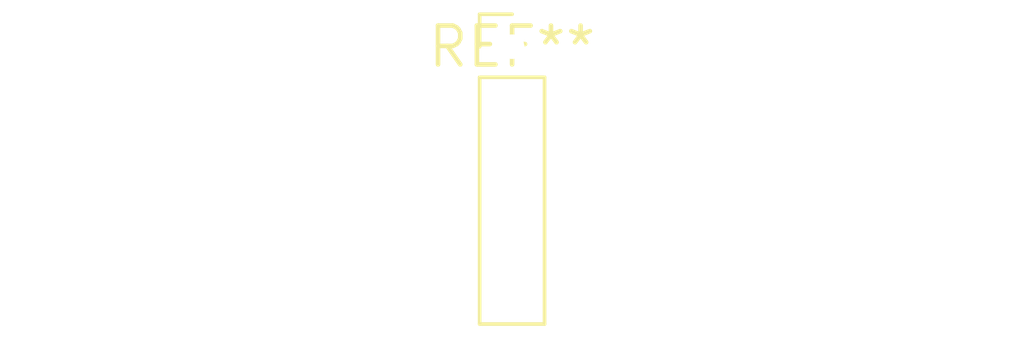
<source format=kicad_pcb>
(kicad_pcb (version 20240108) (generator pcbnew)
  (layers (0 "F.Cu" signal) (31 "B.Cu" signal) (34 "B.Paste" user) (35 "F.Paste" user) (36 "B.SilkS" user "B.Silkscreen") (37 "F.SilkS" user "F.Silkscreen") (38 "B.Mask" user) (39 "F.Mask" user) (44 "Edge.Cuts" user))
  (net 0 "")
  (footprint "PinHeader_1x05_P2.00mm_Vertical" (layer "F.Cu") (at 0 0)
    (property "Reference" "REF**")
    (property "Value" "PinHeader_1x05_P2.00mm_Vertical")
    (fp_line (start -1.06 -1.06) (end 0 -1.06) (layer "F.SilkS") (stroke (width 0.12)))
    (fp_line (start -1.06 0) (end -1.06 -1.06) (layer "F.SilkS") (stroke (width 0.12)))
    (fp_line (start -1.06 1) (end -1.06 9.06) (layer "F.SilkS") (stroke (width 0.12)))
    (fp_line (start -1.06 1) (end 1.06 1) (layer "F.SilkS") (stroke (width 0.12)))
    (fp_line (start -1.06 9.06) (end 1.06 9.06) (layer "F.SilkS") (stroke (width 0.12)))
    (fp_line (start 1.06 1) (end 1.06 9.06) (layer "F.SilkS") (stroke (width 0.12)))
    (pad "1" thru_hole rect (at 0 0) (size 1.35 1.35) (drill 0.8) (layers *.Cu *.Mask) (remove_unused_layers))
    (pad "2" thru_hole oval (at 0 2) (size 1.35 1.35) (drill 0.8) (layers *.Cu *.Mask) (remove_unused_layers))
    (pad "3" thru_hole oval (at 0 4) (size 1.35 1.35) (drill 0.8) (layers *.Cu *.Mask) (remove_unused_layers))
    (pad "4" thru_hole oval (at 0 6) (size 1.35 1.35) (drill 0.8) (layers *.Cu *.Mask) (remove_unused_layers))
    (pad "5" thru_hole oval (at 0 8) (size 1.35 1.35) (drill 0.8) (layers *.Cu *.Mask) (remove_unused_layers))
  )
)
</source>
